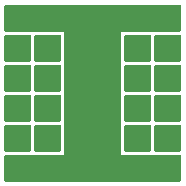
<source format=gbr>
%TF.GenerationSoftware,KiCad,Pcbnew,(6.0.10)*%
%TF.CreationDate,2023-01-04T22:21:12+01:00*%
%TF.ProjectId,DIP-8 Breakout,4449502d-3820-4427-9265-616b6f75742e,rev?*%
%TF.SameCoordinates,Original*%
%TF.FileFunction,Copper,L1,Top*%
%TF.FilePolarity,Positive*%
%FSLAX46Y46*%
G04 Gerber Fmt 4.6, Leading zero omitted, Abs format (unit mm)*
G04 Created by KiCad (PCBNEW (6.0.10)) date 2023-01-04 22:21:12*
%MOMM*%
%LPD*%
G01*
G04 APERTURE LIST*
G04 APERTURE END LIST*
%TA.AperFunction,NonConductor*%
G36*
X139453949Y-86489130D02*
G01*
X139493324Y-86499681D01*
X139521341Y-86515856D01*
X139544144Y-86538659D01*
X139560320Y-86566677D01*
X139570870Y-86606051D01*
X139573000Y-86622227D01*
X139573000Y-88637773D01*
X139570870Y-88653949D01*
X139560320Y-88693323D01*
X139544144Y-88721341D01*
X139521341Y-88744144D01*
X139493324Y-88760319D01*
X139458560Y-88769634D01*
X139453949Y-88770870D01*
X139437773Y-88773000D01*
X137422227Y-88773000D01*
X137406051Y-88770870D01*
X137401440Y-88769634D01*
X137366676Y-88760319D01*
X137338659Y-88744144D01*
X137315856Y-88721341D01*
X137299680Y-88693323D01*
X137289130Y-88653949D01*
X137287000Y-88637773D01*
X137287000Y-86622227D01*
X137289130Y-86606051D01*
X137299680Y-86566677D01*
X137315856Y-86538659D01*
X137338659Y-86515856D01*
X137366676Y-86499681D01*
X137406051Y-86489130D01*
X137422227Y-86487000D01*
X139437773Y-86487000D01*
X139453949Y-86489130D01*
G37*
%TD.AperFunction*%
%TA.AperFunction,NonConductor*%
G36*
X139453949Y-83949130D02*
G01*
X139493324Y-83959681D01*
X139521341Y-83975856D01*
X139544144Y-83998659D01*
X139560320Y-84026677D01*
X139570870Y-84066051D01*
X139573000Y-84082227D01*
X139573000Y-86097773D01*
X139570870Y-86113949D01*
X139560320Y-86153323D01*
X139544144Y-86181341D01*
X139521341Y-86204144D01*
X139493324Y-86220319D01*
X139458560Y-86229634D01*
X139453949Y-86230870D01*
X139437773Y-86233000D01*
X137422227Y-86233000D01*
X137406051Y-86230870D01*
X137401440Y-86229634D01*
X137366676Y-86220319D01*
X137338659Y-86204144D01*
X137315856Y-86181341D01*
X137299680Y-86153323D01*
X137289130Y-86113949D01*
X137287000Y-86097773D01*
X137287000Y-84082227D01*
X137289130Y-84066051D01*
X137299680Y-84026677D01*
X137315856Y-83998659D01*
X137338659Y-83975856D01*
X137366676Y-83959681D01*
X137406051Y-83949130D01*
X137422227Y-83947000D01*
X139437773Y-83947000D01*
X139453949Y-83949130D01*
G37*
%TD.AperFunction*%
%TA.AperFunction,NonConductor*%
G36*
X152153949Y-83949130D02*
G01*
X152193324Y-83959681D01*
X152221341Y-83975856D01*
X152244144Y-83998659D01*
X152260320Y-84026677D01*
X152270870Y-84066051D01*
X152273000Y-84082227D01*
X152273000Y-86097773D01*
X152270870Y-86113949D01*
X152260320Y-86153323D01*
X152244144Y-86181341D01*
X152221341Y-86204144D01*
X152193324Y-86220319D01*
X152158560Y-86229634D01*
X152153949Y-86230870D01*
X152137773Y-86233000D01*
X150122227Y-86233000D01*
X150106051Y-86230870D01*
X150101440Y-86229634D01*
X150066676Y-86220319D01*
X150038659Y-86204144D01*
X150015856Y-86181341D01*
X149999680Y-86153323D01*
X149989130Y-86113949D01*
X149987000Y-86097773D01*
X149987000Y-84082227D01*
X149989130Y-84066051D01*
X149999680Y-84026677D01*
X150015856Y-83998659D01*
X150038659Y-83975856D01*
X150066676Y-83959681D01*
X150106051Y-83949130D01*
X150122227Y-83947000D01*
X152137773Y-83947000D01*
X152153949Y-83949130D01*
G37*
%TD.AperFunction*%
%TA.AperFunction,NonConductor*%
G36*
X141993949Y-83949130D02*
G01*
X142033324Y-83959681D01*
X142061341Y-83975856D01*
X142084144Y-83998659D01*
X142100320Y-84026677D01*
X142110870Y-84066051D01*
X142113000Y-84082227D01*
X142113000Y-86097773D01*
X142110870Y-86113949D01*
X142100320Y-86153323D01*
X142084144Y-86181341D01*
X142061341Y-86204144D01*
X142033324Y-86220319D01*
X141998560Y-86229634D01*
X141993949Y-86230870D01*
X141977773Y-86233000D01*
X139962227Y-86233000D01*
X139946051Y-86230870D01*
X139941440Y-86229634D01*
X139906676Y-86220319D01*
X139878659Y-86204144D01*
X139855856Y-86181341D01*
X139839680Y-86153323D01*
X139829130Y-86113949D01*
X139827000Y-86097773D01*
X139827000Y-84082227D01*
X139829130Y-84066051D01*
X139839680Y-84026677D01*
X139855856Y-83998659D01*
X139878659Y-83975856D01*
X139906676Y-83959681D01*
X139946051Y-83949130D01*
X139962227Y-83947000D01*
X141977773Y-83947000D01*
X141993949Y-83949130D01*
G37*
%TD.AperFunction*%
%TA.AperFunction,NonConductor*%
G36*
X141993949Y-89029130D02*
G01*
X142033324Y-89039681D01*
X142061341Y-89055856D01*
X142084144Y-89078659D01*
X142100320Y-89106677D01*
X142110870Y-89146051D01*
X142113000Y-89162227D01*
X142113000Y-91177773D01*
X142110870Y-91193949D01*
X142100320Y-91233323D01*
X142084144Y-91261341D01*
X142061341Y-91284144D01*
X142033324Y-91300319D01*
X141998560Y-91309634D01*
X141993949Y-91310870D01*
X141977773Y-91313000D01*
X139962227Y-91313000D01*
X139946051Y-91310870D01*
X139941440Y-91309634D01*
X139906676Y-91300319D01*
X139878659Y-91284144D01*
X139855856Y-91261341D01*
X139839680Y-91233323D01*
X139829130Y-91193949D01*
X139827000Y-91177773D01*
X139827000Y-89162227D01*
X139829130Y-89146051D01*
X139839680Y-89106677D01*
X139855856Y-89078659D01*
X139878659Y-89055856D01*
X139906676Y-89039681D01*
X139946051Y-89029130D01*
X139962227Y-89027000D01*
X141977773Y-89027000D01*
X141993949Y-89029130D01*
G37*
%TD.AperFunction*%
%TA.AperFunction,NonConductor*%
G36*
X141993949Y-91569130D02*
G01*
X142033324Y-91579681D01*
X142061341Y-91595856D01*
X142084144Y-91618659D01*
X142100320Y-91646677D01*
X142110870Y-91686051D01*
X142113000Y-91702227D01*
X142113000Y-93717773D01*
X142110870Y-93733949D01*
X142100320Y-93773323D01*
X142084144Y-93801341D01*
X142061341Y-93824144D01*
X142033324Y-93840319D01*
X141998560Y-93849634D01*
X141993949Y-93850870D01*
X141977773Y-93853000D01*
X139962227Y-93853000D01*
X139946051Y-93850870D01*
X139941440Y-93849634D01*
X139906676Y-93840319D01*
X139878659Y-93824144D01*
X139855856Y-93801341D01*
X139839680Y-93773323D01*
X139829130Y-93733949D01*
X139827000Y-93717773D01*
X139827000Y-91702227D01*
X139829130Y-91686051D01*
X139839680Y-91646677D01*
X139855856Y-91618659D01*
X139878659Y-91595856D01*
X139906676Y-91579681D01*
X139946051Y-91569130D01*
X139962227Y-91567000D01*
X141977773Y-91567000D01*
X141993949Y-91569130D01*
G37*
%TD.AperFunction*%
%TA.AperFunction,NonConductor*%
G36*
X152153949Y-81409130D02*
G01*
X152193324Y-81419681D01*
X152221341Y-81435856D01*
X152244144Y-81458659D01*
X152260320Y-81486677D01*
X152270870Y-81526051D01*
X152273000Y-81542227D01*
X152273000Y-83557773D01*
X152270870Y-83573949D01*
X152260320Y-83613323D01*
X152244144Y-83641341D01*
X152221341Y-83664144D01*
X152193324Y-83680319D01*
X152158560Y-83689634D01*
X152153949Y-83690870D01*
X152137773Y-83693000D01*
X147193000Y-83693000D01*
X147193000Y-94107000D01*
X152137773Y-94107000D01*
X152153949Y-94109130D01*
X152193324Y-94119681D01*
X152221341Y-94135856D01*
X152244144Y-94158659D01*
X152260320Y-94186677D01*
X152270870Y-94226051D01*
X152273000Y-94242227D01*
X152273000Y-96257773D01*
X152270870Y-96273949D01*
X152260320Y-96313323D01*
X152244144Y-96341341D01*
X152221341Y-96364144D01*
X152193324Y-96380319D01*
X152158560Y-96389634D01*
X152153949Y-96390870D01*
X152137773Y-96393000D01*
X137422227Y-96393000D01*
X137406051Y-96390870D01*
X137401440Y-96389634D01*
X137366676Y-96380319D01*
X137338659Y-96364144D01*
X137315856Y-96341341D01*
X137299680Y-96313323D01*
X137289130Y-96273949D01*
X137287000Y-96257773D01*
X137287000Y-94242227D01*
X137289130Y-94226051D01*
X137299680Y-94186677D01*
X137315856Y-94158659D01*
X137338659Y-94135856D01*
X137366676Y-94119681D01*
X137406051Y-94109130D01*
X137422227Y-94107000D01*
X142367000Y-94107000D01*
X142367000Y-83693000D01*
X137422227Y-83693000D01*
X137406051Y-83690870D01*
X137401440Y-83689634D01*
X137366676Y-83680319D01*
X137338659Y-83664144D01*
X137315856Y-83641341D01*
X137299680Y-83613323D01*
X137289130Y-83573949D01*
X137287000Y-83557773D01*
X137287000Y-81542227D01*
X137289130Y-81526051D01*
X137299680Y-81486677D01*
X137315856Y-81458659D01*
X137338659Y-81435856D01*
X137366676Y-81419681D01*
X137406051Y-81409130D01*
X137422227Y-81407000D01*
X152137773Y-81407000D01*
X152153949Y-81409130D01*
G37*
%TD.AperFunction*%
%TA.AperFunction,NonConductor*%
G36*
X139453949Y-91569130D02*
G01*
X139493324Y-91579681D01*
X139521341Y-91595856D01*
X139544144Y-91618659D01*
X139560320Y-91646677D01*
X139570870Y-91686051D01*
X139573000Y-91702227D01*
X139573000Y-93717773D01*
X139570870Y-93733949D01*
X139560320Y-93773323D01*
X139544144Y-93801341D01*
X139521341Y-93824144D01*
X139493324Y-93840319D01*
X139458560Y-93849634D01*
X139453949Y-93850870D01*
X139437773Y-93853000D01*
X137422227Y-93853000D01*
X137406051Y-93850870D01*
X137401440Y-93849634D01*
X137366676Y-93840319D01*
X137338659Y-93824144D01*
X137315856Y-93801341D01*
X137299680Y-93773323D01*
X137289130Y-93733949D01*
X137287000Y-93717773D01*
X137287000Y-91702227D01*
X137289130Y-91686051D01*
X137299680Y-91646677D01*
X137315856Y-91618659D01*
X137338659Y-91595856D01*
X137366676Y-91579681D01*
X137406051Y-91569130D01*
X137422227Y-91567000D01*
X139437773Y-91567000D01*
X139453949Y-91569130D01*
G37*
%TD.AperFunction*%
%TA.AperFunction,NonConductor*%
G36*
X141993949Y-86489130D02*
G01*
X142033324Y-86499681D01*
X142061341Y-86515856D01*
X142084144Y-86538659D01*
X142100320Y-86566677D01*
X142110870Y-86606051D01*
X142113000Y-86622227D01*
X142113000Y-88637773D01*
X142110870Y-88653949D01*
X142100320Y-88693323D01*
X142084144Y-88721341D01*
X142061341Y-88744144D01*
X142033324Y-88760319D01*
X141998560Y-88769634D01*
X141993949Y-88770870D01*
X141977773Y-88773000D01*
X139962227Y-88773000D01*
X139946051Y-88770870D01*
X139941440Y-88769634D01*
X139906676Y-88760319D01*
X139878659Y-88744144D01*
X139855856Y-88721341D01*
X139839680Y-88693323D01*
X139829130Y-88653949D01*
X139827000Y-88637773D01*
X139827000Y-86622227D01*
X139829130Y-86606051D01*
X139839680Y-86566677D01*
X139855856Y-86538659D01*
X139878659Y-86515856D01*
X139906676Y-86499681D01*
X139946051Y-86489130D01*
X139962227Y-86487000D01*
X141977773Y-86487000D01*
X141993949Y-86489130D01*
G37*
%TD.AperFunction*%
%TA.AperFunction,NonConductor*%
G36*
X149613949Y-91569130D02*
G01*
X149653324Y-91579681D01*
X149681341Y-91595856D01*
X149704144Y-91618659D01*
X149720320Y-91646677D01*
X149730870Y-91686051D01*
X149733000Y-91702227D01*
X149733000Y-93717773D01*
X149730870Y-93733949D01*
X149720320Y-93773323D01*
X149704144Y-93801341D01*
X149681341Y-93824144D01*
X149653324Y-93840319D01*
X149618560Y-93849634D01*
X149613949Y-93850870D01*
X149597773Y-93853000D01*
X147582227Y-93853000D01*
X147566051Y-93850870D01*
X147561440Y-93849634D01*
X147526676Y-93840319D01*
X147498659Y-93824144D01*
X147475856Y-93801341D01*
X147459680Y-93773323D01*
X147449130Y-93733949D01*
X147447000Y-93717773D01*
X147447000Y-91702227D01*
X147449130Y-91686051D01*
X147459680Y-91646677D01*
X147475856Y-91618659D01*
X147498659Y-91595856D01*
X147526676Y-91579681D01*
X147566051Y-91569130D01*
X147582227Y-91567000D01*
X149597773Y-91567000D01*
X149613949Y-91569130D01*
G37*
%TD.AperFunction*%
%TA.AperFunction,NonConductor*%
G36*
X152153949Y-89029130D02*
G01*
X152193324Y-89039681D01*
X152221341Y-89055856D01*
X152244144Y-89078659D01*
X152260320Y-89106677D01*
X152270870Y-89146051D01*
X152273000Y-89162227D01*
X152273000Y-91177773D01*
X152270870Y-91193949D01*
X152260320Y-91233323D01*
X152244144Y-91261341D01*
X152221341Y-91284144D01*
X152193324Y-91300319D01*
X152158560Y-91309634D01*
X152153949Y-91310870D01*
X152137773Y-91313000D01*
X150122227Y-91313000D01*
X150106051Y-91310870D01*
X150101440Y-91309634D01*
X150066676Y-91300319D01*
X150038659Y-91284144D01*
X150015856Y-91261341D01*
X149999680Y-91233323D01*
X149989130Y-91193949D01*
X149987000Y-91177773D01*
X149987000Y-89162227D01*
X149989130Y-89146051D01*
X149999680Y-89106677D01*
X150015856Y-89078659D01*
X150038659Y-89055856D01*
X150066676Y-89039681D01*
X150106051Y-89029130D01*
X150122227Y-89027000D01*
X152137773Y-89027000D01*
X152153949Y-89029130D01*
G37*
%TD.AperFunction*%
%TA.AperFunction,NonConductor*%
G36*
X149613949Y-86489130D02*
G01*
X149653324Y-86499681D01*
X149681341Y-86515856D01*
X149704144Y-86538659D01*
X149720320Y-86566677D01*
X149730870Y-86606051D01*
X149733000Y-86622227D01*
X149733000Y-88637773D01*
X149730870Y-88653949D01*
X149720320Y-88693323D01*
X149704144Y-88721341D01*
X149681341Y-88744144D01*
X149653324Y-88760319D01*
X149618560Y-88769634D01*
X149613949Y-88770870D01*
X149597773Y-88773000D01*
X147582227Y-88773000D01*
X147566051Y-88770870D01*
X147561440Y-88769634D01*
X147526676Y-88760319D01*
X147498659Y-88744144D01*
X147475856Y-88721341D01*
X147459680Y-88693323D01*
X147449130Y-88653949D01*
X147447000Y-88637773D01*
X147447000Y-86622227D01*
X147449130Y-86606051D01*
X147459680Y-86566677D01*
X147475856Y-86538659D01*
X147498659Y-86515856D01*
X147526676Y-86499681D01*
X147566051Y-86489130D01*
X147582227Y-86487000D01*
X149597773Y-86487000D01*
X149613949Y-86489130D01*
G37*
%TD.AperFunction*%
%TA.AperFunction,NonConductor*%
G36*
X152153949Y-86489130D02*
G01*
X152193324Y-86499681D01*
X152221341Y-86515856D01*
X152244144Y-86538659D01*
X152260320Y-86566677D01*
X152270870Y-86606051D01*
X152273000Y-86622227D01*
X152273000Y-88637773D01*
X152270870Y-88653949D01*
X152260320Y-88693323D01*
X152244144Y-88721341D01*
X152221341Y-88744144D01*
X152193324Y-88760319D01*
X152158560Y-88769634D01*
X152153949Y-88770870D01*
X152137773Y-88773000D01*
X150122227Y-88773000D01*
X150106051Y-88770870D01*
X150101440Y-88769634D01*
X150066676Y-88760319D01*
X150038659Y-88744144D01*
X150015856Y-88721341D01*
X149999680Y-88693323D01*
X149989130Y-88653949D01*
X149987000Y-88637773D01*
X149987000Y-86622227D01*
X149989130Y-86606051D01*
X149999680Y-86566677D01*
X150015856Y-86538659D01*
X150038659Y-86515856D01*
X150066676Y-86499681D01*
X150106051Y-86489130D01*
X150122227Y-86487000D01*
X152137773Y-86487000D01*
X152153949Y-86489130D01*
G37*
%TD.AperFunction*%
%TA.AperFunction,NonConductor*%
G36*
X149613949Y-89029130D02*
G01*
X149653324Y-89039681D01*
X149681341Y-89055856D01*
X149704144Y-89078659D01*
X149720320Y-89106677D01*
X149730870Y-89146051D01*
X149733000Y-89162227D01*
X149733000Y-91177773D01*
X149730870Y-91193949D01*
X149720320Y-91233323D01*
X149704144Y-91261341D01*
X149681341Y-91284144D01*
X149653324Y-91300319D01*
X149618560Y-91309634D01*
X149613949Y-91310870D01*
X149597773Y-91313000D01*
X147582227Y-91313000D01*
X147566051Y-91310870D01*
X147561440Y-91309634D01*
X147526676Y-91300319D01*
X147498659Y-91284144D01*
X147475856Y-91261341D01*
X147459680Y-91233323D01*
X147449130Y-91193949D01*
X147447000Y-91177773D01*
X147447000Y-89162227D01*
X147449130Y-89146051D01*
X147459680Y-89106677D01*
X147475856Y-89078659D01*
X147498659Y-89055856D01*
X147526676Y-89039681D01*
X147566051Y-89029130D01*
X147582227Y-89027000D01*
X149597773Y-89027000D01*
X149613949Y-89029130D01*
G37*
%TD.AperFunction*%
%TA.AperFunction,NonConductor*%
G36*
X152153949Y-91569130D02*
G01*
X152193324Y-91579681D01*
X152221341Y-91595856D01*
X152244144Y-91618659D01*
X152260320Y-91646677D01*
X152270870Y-91686051D01*
X152273000Y-91702227D01*
X152273000Y-93717773D01*
X152270870Y-93733949D01*
X152260320Y-93773323D01*
X152244144Y-93801341D01*
X152221341Y-93824144D01*
X152193324Y-93840319D01*
X152158560Y-93849634D01*
X152153949Y-93850870D01*
X152137773Y-93853000D01*
X150122227Y-93853000D01*
X150106051Y-93850870D01*
X150101440Y-93849634D01*
X150066676Y-93840319D01*
X150038659Y-93824144D01*
X150015856Y-93801341D01*
X149999680Y-93773323D01*
X149989130Y-93733949D01*
X149987000Y-93717773D01*
X149987000Y-91702227D01*
X149989130Y-91686051D01*
X149999680Y-91646677D01*
X150015856Y-91618659D01*
X150038659Y-91595856D01*
X150066676Y-91579681D01*
X150106051Y-91569130D01*
X150122227Y-91567000D01*
X152137773Y-91567000D01*
X152153949Y-91569130D01*
G37*
%TD.AperFunction*%
%TA.AperFunction,NonConductor*%
G36*
X149613949Y-83949130D02*
G01*
X149653324Y-83959681D01*
X149681341Y-83975856D01*
X149704144Y-83998659D01*
X149720320Y-84026677D01*
X149730870Y-84066051D01*
X149733000Y-84082227D01*
X149733000Y-86097773D01*
X149730870Y-86113949D01*
X149720320Y-86153323D01*
X149704144Y-86181341D01*
X149681341Y-86204144D01*
X149653324Y-86220319D01*
X149618560Y-86229634D01*
X149613949Y-86230870D01*
X149597773Y-86233000D01*
X147582227Y-86233000D01*
X147566051Y-86230870D01*
X147561440Y-86229634D01*
X147526676Y-86220319D01*
X147498659Y-86204144D01*
X147475856Y-86181341D01*
X147459680Y-86153323D01*
X147449130Y-86113949D01*
X147447000Y-86097773D01*
X147447000Y-84082227D01*
X147449130Y-84066051D01*
X147459680Y-84026677D01*
X147475856Y-83998659D01*
X147498659Y-83975856D01*
X147526676Y-83959681D01*
X147566051Y-83949130D01*
X147582227Y-83947000D01*
X149597773Y-83947000D01*
X149613949Y-83949130D01*
G37*
%TD.AperFunction*%
%TA.AperFunction,NonConductor*%
G36*
X139453949Y-89029130D02*
G01*
X139493324Y-89039681D01*
X139521341Y-89055856D01*
X139544144Y-89078659D01*
X139560320Y-89106677D01*
X139570870Y-89146051D01*
X139573000Y-89162227D01*
X139573000Y-91177773D01*
X139570870Y-91193949D01*
X139560320Y-91233323D01*
X139544144Y-91261341D01*
X139521341Y-91284144D01*
X139493324Y-91300319D01*
X139458560Y-91309634D01*
X139453949Y-91310870D01*
X139437773Y-91313000D01*
X137422227Y-91313000D01*
X137406051Y-91310870D01*
X137401440Y-91309634D01*
X137366676Y-91300319D01*
X137338659Y-91284144D01*
X137315856Y-91261341D01*
X137299680Y-91233323D01*
X137289130Y-91193949D01*
X137287000Y-91177773D01*
X137287000Y-89162227D01*
X137289130Y-89146051D01*
X137299680Y-89106677D01*
X137315856Y-89078659D01*
X137338659Y-89055856D01*
X137366676Y-89039681D01*
X137406051Y-89029130D01*
X137422227Y-89027000D01*
X139437773Y-89027000D01*
X139453949Y-89029130D01*
G37*
%TD.AperFunction*%
M02*

</source>
